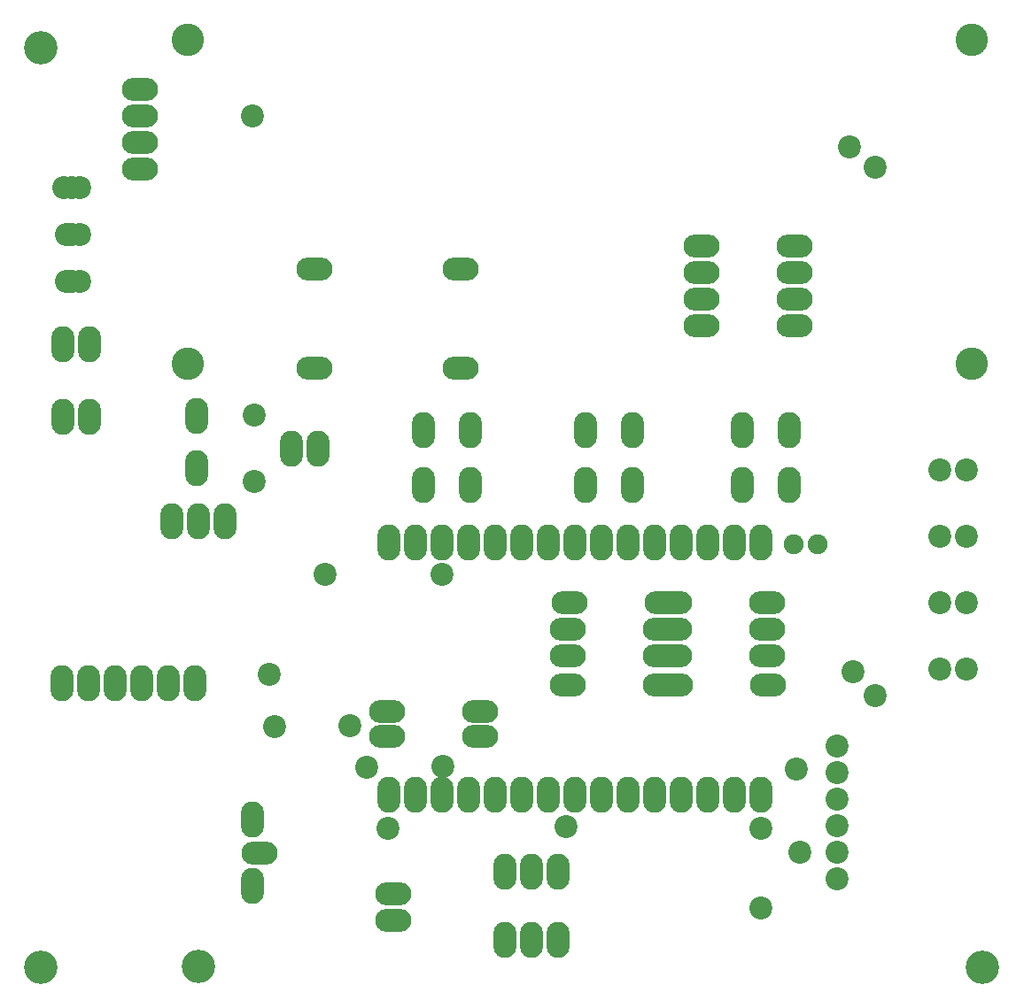
<source format=gbr>
%TF.GenerationSoftware,KiCad,Pcbnew,(5.1.6)-1*%
%TF.CreationDate,2024-09-11T12:39:08-05:00*%
%TF.ProjectId,board1,626f6172-6431-42e6-9b69-6361645f7063,rev?*%
%TF.SameCoordinates,PX2dc6c00PY7641700*%
%TF.FileFunction,Soldermask,Bot*%
%TF.FilePolarity,Negative*%
%FSLAX46Y46*%
G04 Gerber Fmt 4.6, Leading zero omitted, Abs format (unit mm)*
G04 Created by KiCad (PCBNEW (5.1.6)-1) date 2024-09-11 12:39:08*
%MOMM*%
%LPD*%
G01*
G04 APERTURE LIST*
%ADD10C,3.200000*%
%ADD11C,2.200000*%
%ADD12O,3.470000X2.200000*%
%ADD13C,3.100000*%
%ADD14C,1.900000*%
%ADD15O,2.200000X3.470000*%
G04 APERTURE END LIST*
D10*
%TO.C,REF\u002A\u002A*%
X19040000Y4050000D03*
%TD*%
%TO.C,REF\u002A\u002A*%
X4000000Y92000000D03*
%TD*%
%TO.C,REF\u002A\u002A*%
X94000000Y4000000D03*
%TD*%
D11*
%TO.C,M2*%
X80100000Y25200000D03*
X80100000Y22660000D03*
X80100000Y20120000D03*
X80100000Y17580000D03*
X80100000Y15040000D03*
X80100000Y12500000D03*
%TD*%
D10*
%TO.C,REF\u002A\u002A*%
X4000000Y4000000D03*
%TD*%
D12*
%TO.C,J6*%
X13445000Y88020000D03*
X13445000Y85480000D03*
X13445000Y82940000D03*
X13445000Y80400000D03*
D13*
X18000000Y92730000D03*
X17990000Y61740000D03*
X92990000Y61740000D03*
X92990000Y92740000D03*
%TD*%
D14*
%TO.C,C1*%
X75900000Y44500000D03*
X78200000Y44500000D03*
%TD*%
D15*
%TO.C,C2*%
X18900000Y51765000D03*
X18900000Y56735000D03*
%TD*%
D11*
%TO.C,D1*%
X92430000Y51610000D03*
X89930000Y51610000D03*
%TD*%
%TO.C,D2*%
X92430000Y45260000D03*
X89930000Y45260000D03*
%TD*%
%TO.C,D3*%
X92410000Y38910000D03*
X89910000Y38910000D03*
%TD*%
%TO.C,D4*%
X92410000Y32560000D03*
X89910000Y32560000D03*
%TD*%
D15*
%TO.C,J2*%
X30500000Y53635000D03*
X27960000Y53635000D03*
%TD*%
%TO.C,J5*%
X21580000Y46635000D03*
X19040000Y46635000D03*
X16500000Y46635000D03*
%TD*%
%TO.C,J7*%
X48300000Y13135000D03*
X50840000Y13135000D03*
X53380000Y13135000D03*
%TD*%
%TO.C,J8*%
X48300000Y6635000D03*
X50840000Y6635000D03*
X53380000Y6635000D03*
%TD*%
D12*
%TO.C,M1*%
X30135000Y70800000D03*
X44105000Y70800000D03*
X44105000Y61300000D03*
X30135000Y61300000D03*
%TD*%
%TO.C,Q1*%
X24835000Y14960000D03*
D15*
X24200000Y11785000D03*
X24200000Y18135000D03*
%TD*%
D12*
%TO.C,R1*%
X76005000Y72970000D03*
X67115000Y72970000D03*
%TD*%
%TO.C,R2*%
X76005000Y70430000D03*
X67115000Y70430000D03*
%TD*%
%TO.C,R3*%
X67115000Y67890000D03*
X76005000Y67890000D03*
%TD*%
%TO.C,R4*%
X76005000Y65350000D03*
X67115000Y65350000D03*
%TD*%
%TO.C,R5*%
X63375000Y38900000D03*
X54485000Y38900000D03*
%TD*%
%TO.C,R6*%
X64535000Y38900000D03*
X73425000Y38900000D03*
%TD*%
%TO.C,R7*%
X54375000Y36360000D03*
X63265000Y36360000D03*
%TD*%
%TO.C,R8*%
X73425000Y36360000D03*
X64535000Y36360000D03*
%TD*%
%TO.C,R9*%
X54375000Y33820000D03*
X63265000Y33820000D03*
%TD*%
%TO.C,R10*%
X73425000Y33820000D03*
X64535000Y33820000D03*
%TD*%
%TO.C,R11*%
X37045000Y28500000D03*
X45935000Y28500000D03*
%TD*%
D11*
%TO.C,R12*%
X72800000Y17320000D03*
X72800000Y9700000D03*
%TD*%
%TO.C,SW1*%
X6392000Y69600000D03*
X7662000Y69600000D03*
X6392000Y74100000D03*
X7662000Y74100000D03*
X6138000Y78600000D03*
X7662000Y78600000D03*
X6900000Y78600000D03*
X6900000Y74100000D03*
X6900000Y69600000D03*
%TD*%
D15*
%TO.C,SW2*%
X45000000Y50135000D03*
X40500000Y50135000D03*
X45000000Y55365000D03*
X40500000Y55365000D03*
%TD*%
%TO.C,SW3*%
X56000000Y55365000D03*
X60500000Y55365000D03*
X56000000Y50135000D03*
X60500000Y50135000D03*
%TD*%
%TO.C,SW4*%
X75500000Y50135000D03*
X71000000Y50135000D03*
X75500000Y55365000D03*
X71000000Y55365000D03*
%TD*%
%TO.C,U1*%
X37230000Y44615000D03*
X39770000Y44615000D03*
X42310000Y44615000D03*
X44850000Y44615000D03*
X47390000Y44615000D03*
X49930000Y44615000D03*
X52470000Y44615000D03*
X55010000Y44615000D03*
X57550000Y44615000D03*
X60090000Y44615000D03*
X62630000Y44615000D03*
X65170000Y44615000D03*
X67710000Y44615000D03*
X70250000Y44615000D03*
X72790000Y44615000D03*
X72790000Y20485000D03*
X70250000Y20485000D03*
X67710000Y20485000D03*
X65170000Y20485000D03*
X62630000Y20485000D03*
X60090000Y20485000D03*
X57550000Y20485000D03*
X55010000Y20485000D03*
X52470000Y20485000D03*
X49930000Y20485000D03*
X47390000Y20485000D03*
X44850000Y20485000D03*
X42310000Y20485000D03*
X39770000Y20485000D03*
X37230000Y20485000D03*
%TD*%
D12*
%TO.C,J4*%
X37665000Y11000000D03*
X37665000Y8460000D03*
%TD*%
D15*
%TO.C,J1*%
X6100000Y56635000D03*
X8640000Y56635000D03*
%TD*%
%TO.C,J3*%
X6000000Y31165000D03*
X8540000Y31165000D03*
X11080000Y31165000D03*
X13620000Y31165000D03*
X16160000Y31165000D03*
X18700000Y31165000D03*
%TD*%
D12*
%TO.C,R13*%
X37065000Y26100000D03*
X45955000Y26100000D03*
%TD*%
%TO.C,R14*%
X63235000Y31000000D03*
X54345000Y31000000D03*
%TD*%
%TO.C,R15*%
X64545000Y31000000D03*
X73435000Y31000000D03*
%TD*%
D15*
%TO.C,J9*%
X6100000Y63565000D03*
X8640000Y63565000D03*
%TD*%
D11*
X24220000Y85480000D03*
X24400000Y56800000D03*
X25800000Y32000000D03*
X24400000Y50500000D03*
X54151709Y17449990D03*
X37150010Y17320000D03*
X42400000Y23200000D03*
X35100000Y23100000D03*
X42299990Y41579990D03*
X31099990Y41579990D03*
X81569990Y32269990D03*
X81300000Y82500000D03*
X83700000Y80500000D03*
X83700000Y30000000D03*
X76500000Y15000000D03*
X76200000Y23000000D03*
X33500000Y27100000D03*
X26300000Y27000000D03*
M02*

</source>
